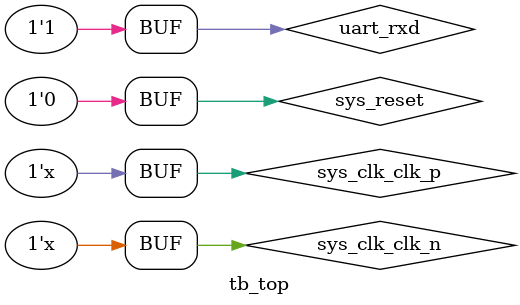
<source format=v>
`timescale 1ns / 1ps


module tb_top();

reg sys_clk_clk_n;
reg sys_clk_clk_p;
reg sys_reset      = 1'b0;

initial sys_clk_clk_n = 1'b0;
initial sys_clk_clk_p = 1'b1;

always @(sys_clk_clk_p) #10 sys_clk_clk_n <= !sys_clk_clk_n;
always @(sys_clk_clk_p) #10 sys_clk_clk_p <= !sys_clk_clk_p;

initial #40 sys_reset = 1'b1;
initial #80 sys_reset = 1'b0;

wire [9:0] gpio_led_tri_o;
wire [0:0] gpio_trig_tri_o;

reg         uart_rxd = 1'b1;
wire        uart_txd;

system_top_wrapper i_dut(
.sys_clk_clk_n(sys_clk_clk_n),
.sys_clk_clk_p(sys_clk_clk_p),
.gpio_led_tri_o(gpio_led_tri_o),
.gpio_trig_tri_o(gpio_trig_tri_o),
.sys_reset(sys_reset),
.uart_rxd(uart_rxd),
.uart_txd(uart_txd)
);

endmodule

</source>
